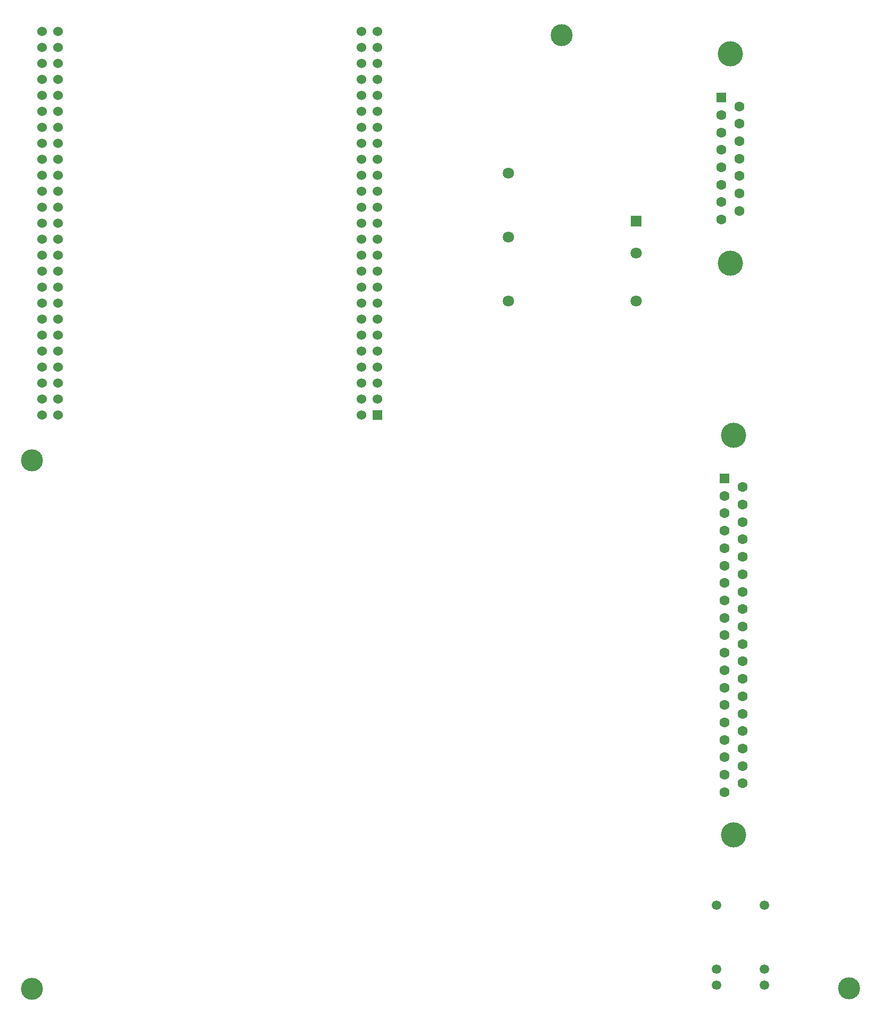
<source format=gbr>
%TF.GenerationSoftware,KiCad,Pcbnew,9.0.0*%
%TF.CreationDate,2025-05-05T14:02:43+02:00*%
%TF.ProjectId,BMS_PCB,424d535f-5043-4422-9e6b-696361645f70,rev?*%
%TF.SameCoordinates,Original*%
%TF.FileFunction,Soldermask,Bot*%
%TF.FilePolarity,Negative*%
%FSLAX46Y46*%
G04 Gerber Fmt 4.6, Leading zero omitted, Abs format (unit mm)*
G04 Created by KiCad (PCBNEW 9.0.0) date 2025-05-05 14:02:43*
%MOMM*%
%LPD*%
G01*
G04 APERTURE LIST*
%ADD10C,4.000000*%
%ADD11R,1.600000X1.600000*%
%ADD12C,1.600000*%
%ADD13R,1.524000X1.524000*%
%ADD14C,1.524000*%
%ADD15C,3.500000*%
%ADD16C,1.498600*%
%ADD17R,1.800000X1.800000*%
%ADD18C,1.800000*%
G04 APERTURE END LIST*
D10*
%TO.C,J1*%
X141343750Y-157593750D03*
X141343750Y-94093750D03*
D11*
X139923750Y-100913750D03*
D12*
X139923750Y-103683750D03*
X139923750Y-106453750D03*
X139923750Y-109223750D03*
X139923750Y-111993750D03*
X139923750Y-114763750D03*
X139923750Y-117533750D03*
X139923750Y-120303750D03*
X139923750Y-123073750D03*
X139923750Y-125843750D03*
X139923750Y-128613750D03*
X139923750Y-131383750D03*
X139923750Y-134153750D03*
X139923750Y-136923750D03*
X139923750Y-139693750D03*
X139923750Y-142463750D03*
X139923750Y-145233750D03*
X139923750Y-148003750D03*
X139923750Y-150773750D03*
X142763750Y-102298750D03*
X142763750Y-105068750D03*
X142763750Y-107838750D03*
X142763750Y-110608750D03*
X142763750Y-113378750D03*
X142763750Y-116148750D03*
X142763750Y-118918750D03*
X142763750Y-121688750D03*
X142763750Y-124458750D03*
X142763750Y-127228750D03*
X142763750Y-129998750D03*
X142763750Y-132768750D03*
X142763750Y-135538750D03*
X142763750Y-138308750D03*
X142763750Y-141078750D03*
X142763750Y-143848750D03*
X142763750Y-146618750D03*
X142763750Y-149388750D03*
%TD*%
D13*
%TO.C,U7*%
X84670000Y-90853750D03*
D14*
X82130000Y-90853750D03*
X84670000Y-88313750D03*
X82130000Y-88313750D03*
X84670000Y-85773750D03*
X82130000Y-85773750D03*
X84670000Y-83233750D03*
X82130000Y-83233750D03*
X84670000Y-80693750D03*
X82130000Y-80693750D03*
X84670000Y-78153750D03*
X82130000Y-78153750D03*
X84670000Y-75613750D03*
X82130000Y-75613750D03*
X84670000Y-73073750D03*
X82130000Y-73073750D03*
X84670000Y-70533750D03*
X82130000Y-70533750D03*
X84670000Y-67993750D03*
X82130000Y-67993750D03*
X84670000Y-65453750D03*
X82130000Y-65453750D03*
X84670000Y-62913750D03*
X82130000Y-62913750D03*
X84670000Y-60373750D03*
X82130000Y-60373750D03*
X84670000Y-57833750D03*
X82130000Y-57833750D03*
X84670000Y-55293750D03*
X82130000Y-55293750D03*
X84670000Y-52753750D03*
X82130000Y-52753750D03*
X84670000Y-50213750D03*
X82130000Y-50213750D03*
X84670000Y-47673750D03*
X82130000Y-47673750D03*
X84670000Y-45133750D03*
X82130000Y-45133750D03*
X84670000Y-42593750D03*
X82130000Y-42593750D03*
X84670000Y-40053750D03*
X82130000Y-40053750D03*
X84670000Y-37513750D03*
X82130000Y-37513750D03*
X84670000Y-34973750D03*
X82130000Y-34973750D03*
X84670000Y-32433750D03*
X82130000Y-32433750D03*
X84670000Y-29893750D03*
X82130000Y-29893750D03*
X33870000Y-90853750D03*
X31330000Y-90853750D03*
X33870000Y-88313750D03*
X31330000Y-88313750D03*
X33870000Y-85773750D03*
X31330000Y-85773750D03*
X33870000Y-83233750D03*
X31330000Y-83233750D03*
X33870000Y-80693750D03*
X31330000Y-80693750D03*
X33870000Y-78153750D03*
X31330000Y-78153750D03*
X33870000Y-75613750D03*
X31330000Y-75613750D03*
X33870000Y-73073750D03*
X31330000Y-73073750D03*
X33870000Y-70533750D03*
X31330000Y-70533750D03*
X33870000Y-67993750D03*
X31330000Y-67993750D03*
X33870000Y-65453750D03*
X31330000Y-65453750D03*
X33870000Y-62913750D03*
X31330000Y-62913750D03*
X33870000Y-60373750D03*
X31330000Y-60373750D03*
X33870000Y-57833750D03*
X31330000Y-57833750D03*
X33870000Y-55293750D03*
X31330000Y-55293750D03*
X33870000Y-52753750D03*
X31330000Y-52753750D03*
X33870000Y-50213750D03*
X31330000Y-50213750D03*
X33870000Y-47673750D03*
X31330000Y-47673750D03*
X33870000Y-45133750D03*
X31330000Y-45133750D03*
X33870000Y-42593750D03*
X31330000Y-42593750D03*
X33870000Y-40053750D03*
X31330000Y-40053750D03*
X33870000Y-37513750D03*
X31330000Y-37513750D03*
X33870000Y-34973750D03*
X31330000Y-34973750D03*
X33870000Y-32433750D03*
X31330000Y-32433750D03*
X33870000Y-29893750D03*
X31330000Y-29893750D03*
%TD*%
D15*
%TO.C,H2*%
X29767997Y-98036545D03*
%TD*%
D16*
%TO.C,K1*%
X138657050Y-168743750D03*
X138657050Y-178903750D03*
X138657050Y-181443750D03*
X146277050Y-181443750D03*
X146277050Y-178903750D03*
X146277050Y-168743750D03*
%TD*%
D17*
%TO.C,PS1*%
X125875000Y-60033750D03*
D18*
X125875000Y-65113750D03*
X125875000Y-72733750D03*
X105555000Y-72733750D03*
X105555000Y-62573750D03*
X105555000Y-52413750D03*
%TD*%
D15*
%TO.C,H1*%
X29756366Y-181991878D03*
%TD*%
D10*
%TO.C,J2*%
X140837169Y-66743750D03*
X140837169Y-33443750D03*
D11*
X139417169Y-40398750D03*
D12*
X139417169Y-43168750D03*
X139417169Y-45938750D03*
X139417169Y-48708750D03*
X139417169Y-51478750D03*
X139417169Y-54248750D03*
X139417169Y-57018750D03*
X139417169Y-59788750D03*
X142257169Y-41783750D03*
X142257169Y-44553750D03*
X142257169Y-47323750D03*
X142257169Y-50093750D03*
X142257169Y-52863750D03*
X142257169Y-55633750D03*
X142257169Y-58403750D03*
%TD*%
D15*
%TO.C,H4*%
X114000000Y-30500000D03*
%TD*%
%TO.C,H3*%
X159723881Y-181983757D03*
%TD*%
M02*

</source>
